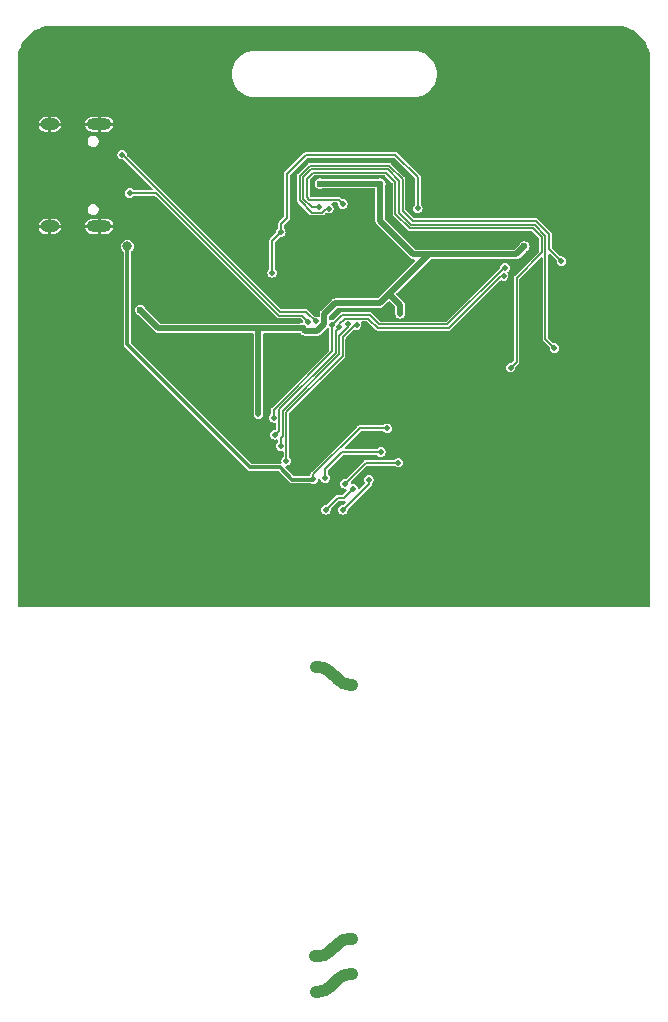
<source format=gbl>
G04 #@! TF.GenerationSoftware,KiCad,Pcbnew,7.0.1-0*
G04 #@! TF.CreationDate,2023-06-22T23:02:25+02:00*
G04 #@! TF.ProjectId,nfc_reader,6e66635f-7265-4616-9465-722e6b696361,1.1*
G04 #@! TF.SameCoordinates,PX354a940PY3072580*
G04 #@! TF.FileFunction,Copper,L2,Bot*
G04 #@! TF.FilePolarity,Positive*
%FSLAX46Y46*%
G04 Gerber Fmt 4.6, Leading zero omitted, Abs format (unit mm)*
G04 Created by KiCad (PCBNEW 7.0.1-0) date 2023-06-22 23:02:25*
%MOMM*%
%LPD*%
G01*
G04 APERTURE LIST*
G04 #@! TA.AperFunction,ComponentPad*
%ADD10O,2.100000X1.000000*%
G04 #@! TD*
G04 #@! TA.AperFunction,ComponentPad*
%ADD11O,1.600000X1.000000*%
G04 #@! TD*
G04 #@! TA.AperFunction,ViaPad*
%ADD12C,0.500000*%
G04 #@! TD*
G04 #@! TA.AperFunction,ViaPad*
%ADD13C,0.800000*%
G04 #@! TD*
G04 #@! TA.AperFunction,ViaPad*
%ADD14C,0.600000*%
G04 #@! TD*
G04 #@! TA.AperFunction,ViaPad*
%ADD15C,1.000000*%
G04 #@! TD*
G04 #@! TA.AperFunction,Conductor*
%ADD16C,0.500000*%
G04 #@! TD*
G04 #@! TA.AperFunction,Conductor*
%ADD17C,0.200000*%
G04 #@! TD*
G04 #@! TA.AperFunction,Conductor*
%ADD18C,0.150000*%
G04 #@! TD*
G04 #@! TA.AperFunction,Conductor*
%ADD19C,1.000000*%
G04 #@! TD*
G04 #@! TA.AperFunction,Conductor*
%ADD20C,0.300000*%
G04 #@! TD*
G04 APERTURE END LIST*
D10*
G04 #@! TO.P,J1,S1,SHIELD*
G04 #@! TO.N,GND*
X7092500Y-8555000D03*
D11*
X2912500Y-8555000D03*
D10*
X7092500Y-17195000D03*
D11*
X2912500Y-17195000D03*
G04 #@! TD*
D12*
G04 #@! TO.N,GND*
X34737500Y-46400000D03*
X29162500Y-38575000D03*
D13*
X25787500Y-9375000D03*
D12*
X17987500Y-48800000D03*
X28037500Y-30550000D03*
X34987500Y-48800000D03*
X38987500Y-48800000D03*
X4987500Y-48800000D03*
X26587500Y-18575000D03*
X51987500Y-48800000D03*
X45987500Y-48800000D03*
X5987500Y-48800000D03*
D13*
X21587500Y-7475000D03*
D14*
X45787500Y-31600000D03*
D12*
X43987500Y-48800000D03*
X987500Y-48800000D03*
X46987500Y-48800000D03*
D14*
X45837500Y-23300000D03*
D12*
X16987500Y-48800000D03*
X3987500Y-48800000D03*
X22437500Y-36500000D03*
X29987500Y-48800000D03*
X33437500Y-22950000D03*
X31487500Y-33450000D03*
D13*
X18187500Y-23875000D03*
X29834668Y-22722168D03*
D14*
X38887500Y-21250000D03*
D12*
X41987500Y-48800000D03*
X36587500Y-13225000D03*
X49987500Y-48800000D03*
X36987500Y-48800000D03*
X25087500Y-39900000D03*
X48987500Y-48800000D03*
X29987500Y-20875000D03*
X39987500Y-48800000D03*
X34987500Y-32600000D03*
D13*
X24187500Y-17075000D03*
D12*
X21887500Y-31850000D03*
X26237500Y-26400000D03*
X2987500Y-48800000D03*
X21987500Y-48800000D03*
D14*
X28287500Y-10400000D03*
D12*
X6987500Y-48800000D03*
X33987500Y-48800000D03*
X35987500Y-48800000D03*
X19637500Y-32100000D03*
X23687500Y-37850000D03*
X18987500Y-48800000D03*
X23987500Y-48800000D03*
X22987500Y-48800000D03*
X29537500Y-26250000D03*
X52987500Y-48800000D03*
X40987500Y-48800000D03*
X50987500Y-48800000D03*
X30287500Y-39600000D03*
X44987500Y-48800000D03*
X25687500Y-21075000D03*
X42987500Y-48800000D03*
X13987500Y-48800000D03*
D14*
X29687500Y-15750000D03*
D12*
X10987500Y-48800000D03*
X9987500Y-48800000D03*
X11987500Y-48800000D03*
X15987500Y-48800000D03*
X14987500Y-48800000D03*
X26987500Y-44750000D03*
X19987500Y-48800000D03*
X26987500Y-43050000D03*
X32987500Y-48800000D03*
D13*
X48587500Y-15475000D03*
D12*
X8987500Y-48800000D03*
X31987500Y-48800000D03*
D13*
X16687500Y-31175000D03*
D12*
X1987500Y-48800000D03*
X34937500Y-36200000D03*
X20987500Y-48800000D03*
D14*
X28237500Y-14450000D03*
D12*
X37987500Y-48800000D03*
D13*
X20337500Y-14400000D03*
D12*
X38562500Y-13400000D03*
X23037500Y-28250000D03*
X32887500Y-20150000D03*
X22212500Y-38425000D03*
D13*
X22137500Y-12500000D03*
D12*
X30987500Y-48800000D03*
X19187500Y-46300000D03*
X47987500Y-48800000D03*
X29787500Y-18575000D03*
X7987500Y-48800000D03*
X12987500Y-48800000D03*
X31637500Y-24500000D03*
D13*
X18687500Y-11375000D03*
D14*
G04 #@! TO.N,VCC*
X30887500Y-13575000D03*
D12*
X32587499Y-24600001D03*
D14*
X25787500Y-13575000D03*
X10562500Y-24275000D03*
D12*
X39837500Y-19575000D03*
D14*
X43087500Y-18900000D03*
D12*
X20587500Y-33100000D03*
D14*
X24339852Y-25824247D03*
D12*
G04 #@! TO.N,+1V1*
X22487500Y-17675000D03*
X21737500Y-21125000D03*
X34087500Y-15675000D03*
G04 #@! TO.N,/rp2040/SBU1*
X9687500Y-14375000D03*
X24789116Y-25288089D03*
G04 #@! TO.N,/rp2040/SBU2*
X9037499Y-11125001D03*
X25437500Y-25250000D03*
G04 #@! TO.N,Net-(U3-VCC(TX))*
X26237500Y-38500000D03*
X30937500Y-36300000D03*
G04 #@! TO.N,Net-(U3-VCC(MID))*
X27887500Y-39000000D03*
X32437500Y-37200000D03*
G04 #@! TO.N,/rp2040/PWM1{slash}AUD_MCLK*
X41937500Y-29150000D03*
X27737500Y-15300000D03*
G04 #@! TO.N,/rp2040/A0*
X46237500Y-20150000D03*
X26537500Y-15700000D03*
G04 #@! TO.N,/rp2040/A1*
X45637500Y-27500000D03*
X25724500Y-15563000D03*
G04 #@! TO.N,/SCL*
X27440198Y-25752698D03*
X41337500Y-21400000D03*
X21990190Y-34850299D03*
G04 #@! TO.N,/SDA*
X26824981Y-25544465D03*
X21863998Y-33400000D03*
X41462000Y-20700000D03*
G04 #@! TO.N,Net-(U3-TX1)*
X29937500Y-38650000D03*
X27737500Y-41200000D03*
G04 #@! TO.N,Net-(U3-TX2)*
X26287500Y-41200000D03*
X28587500Y-39400000D03*
D15*
G04 #@! TO.N,/PN7150 reader/COIL*
X28487500Y-77500000D03*
X28487500Y-56000000D03*
X25387500Y-79000000D03*
X28487500Y-80500000D03*
X25487500Y-54500000D03*
X25487500Y-82000000D03*
D12*
G04 #@! TO.N,/PN7150 reader/IRQ*
X22463000Y-35794363D03*
X28141455Y-25475000D03*
G04 #@! TO.N,/PN7150 reader/VEN*
X22937500Y-37050000D03*
X28887500Y-25550000D03*
G04 #@! TO.N,/VUSB*
X31487500Y-34300000D03*
D13*
X9487500Y-18900000D03*
D12*
X25237498Y-38600000D03*
G04 #@! TD*
D16*
G04 #@! TO.N,VCC*
X25556739Y-26050000D02*
X26175481Y-25431258D01*
X34987500Y-19575000D02*
X39837500Y-19575000D01*
X25787500Y-13575000D02*
X30887500Y-13575000D01*
X30887500Y-16750000D02*
X33712500Y-19575000D01*
X30862500Y-23700000D02*
X31650000Y-22912500D01*
X26175481Y-24612019D02*
X27087500Y-23700000D01*
X24339852Y-25824247D02*
X24565605Y-26050000D01*
X32587499Y-23849999D02*
X32587499Y-24600001D01*
X26175481Y-25431258D02*
X26175481Y-24612019D01*
X33712500Y-19575000D02*
X34987500Y-19575000D01*
X43087500Y-18900000D02*
X42412500Y-19575000D01*
X20587500Y-25824247D02*
X20587500Y-33100000D01*
X42412500Y-19575000D02*
X39837500Y-19575000D01*
X30887500Y-13575000D02*
X30887500Y-16750000D01*
X10562500Y-24275000D02*
X12111747Y-25824247D01*
X27087500Y-23700000D02*
X30862500Y-23700000D01*
X31650000Y-22912500D02*
X34987500Y-19575000D01*
X20587500Y-25824247D02*
X24339852Y-25824247D01*
X24565605Y-26050000D02*
X25556739Y-26050000D01*
X31650000Y-22912500D02*
X32587499Y-23849999D01*
X12111747Y-25824247D02*
X20587500Y-25824247D01*
D17*
G04 #@! TO.N,+1V1*
X22987500Y-12750000D02*
X22987500Y-16512500D01*
X34087500Y-15675000D02*
X34087500Y-13050000D01*
X22487500Y-17012500D02*
X22487500Y-17675000D01*
X32187500Y-11150000D02*
X24587500Y-11150000D01*
X34087500Y-13050000D02*
X32187500Y-11150000D01*
X22487500Y-17675000D02*
X21737500Y-18425000D01*
X21737500Y-18425000D02*
X21737500Y-21125000D01*
X24587500Y-11150000D02*
X22987500Y-12750000D01*
X22987500Y-16512500D02*
X22487500Y-17012500D01*
D18*
G04 #@! TO.N,/rp2040/SBU1*
X24251027Y-24750000D02*
X24789116Y-25288089D01*
X9687500Y-14375000D02*
X11912500Y-14375000D01*
X11912500Y-14375000D02*
X22287500Y-24750000D01*
X22287500Y-24750000D02*
X24251027Y-24750000D01*
G04 #@! TO.N,/rp2040/SBU2*
X24614634Y-24427134D02*
X25437500Y-25250000D01*
X9037499Y-11125001D02*
X9086059Y-11125001D01*
X9086059Y-11125001D02*
X22388192Y-24427134D01*
X22388192Y-24427134D02*
X24614634Y-24427134D01*
D17*
G04 #@! TO.N,Net-(U3-VCC(TX))*
X26237500Y-37700000D02*
X27637500Y-36300000D01*
X26237500Y-38500000D02*
X26237500Y-37700000D01*
X27637500Y-36300000D02*
X30937500Y-36300000D01*
G04 #@! TO.N,Net-(U3-VCC(MID))*
X29687500Y-37200000D02*
X32437500Y-37200000D01*
X27887500Y-39000000D02*
X29687500Y-37200000D01*
D18*
G04 #@! TO.N,/rp2040/PWM1{slash}AUD_MCLK*
X44587500Y-18097116D02*
X44587500Y-19400000D01*
X24687500Y-13147116D02*
X25184616Y-12650000D01*
X24887500Y-14950000D02*
X24687500Y-14750000D01*
X43839386Y-17349002D02*
X44587500Y-18097116D01*
X27387500Y-14950000D02*
X24887500Y-14950000D01*
X44587500Y-19400000D02*
X42437500Y-21550000D01*
X31390384Y-12650000D02*
X32188498Y-13448114D01*
X32188498Y-13448114D02*
X32188498Y-16150998D01*
X42437500Y-21550000D02*
X42437500Y-28650000D01*
X32188498Y-16150998D02*
X33386502Y-17349002D01*
X24687500Y-14750000D02*
X24687500Y-13147116D01*
X42437500Y-28650000D02*
X41937500Y-29150000D01*
X27737500Y-15300000D02*
X27387500Y-14950000D01*
X33386502Y-17349002D02*
X43839386Y-17349002D01*
X25184616Y-12650000D02*
X31390384Y-12650000D01*
G04 #@! TO.N,/rp2040/A0*
X25140384Y-16050000D02*
X24088498Y-14998114D01*
X32787500Y-13200000D02*
X32787500Y-15902884D01*
X45187500Y-19100000D02*
X46237500Y-20150000D01*
X33634616Y-16750000D02*
X44087500Y-16750000D01*
X31638498Y-12050998D02*
X32787500Y-13200000D01*
X25987500Y-16050000D02*
X25140384Y-16050000D01*
X24936502Y-12050998D02*
X31638498Y-12050998D01*
X45187500Y-17850000D02*
X45187500Y-19100000D01*
X44087500Y-16750000D02*
X45187500Y-17850000D01*
X24088498Y-14998114D02*
X24088498Y-12899002D01*
X32787500Y-15902884D02*
X33634616Y-16750000D01*
X26337500Y-15700000D02*
X25987500Y-16050000D01*
X24088498Y-12899002D02*
X24936502Y-12050998D01*
X26537500Y-15700000D02*
X26337500Y-15700000D01*
G04 #@! TO.N,/rp2040/A1*
X24387999Y-14874057D02*
X24387999Y-13023059D01*
X32487999Y-13324057D02*
X32487999Y-16026941D01*
X25076942Y-15563000D02*
X24387999Y-14874057D01*
X32487999Y-16026941D02*
X33510559Y-17049501D01*
X25060559Y-12350499D02*
X31514441Y-12350499D01*
X24387999Y-13023059D02*
X25060559Y-12350499D01*
X31514441Y-12350499D02*
X32487999Y-13324057D01*
X44887500Y-17973558D02*
X44887500Y-26750000D01*
X43963443Y-17049501D02*
X44887500Y-17973558D01*
X44887500Y-26750000D02*
X45637500Y-27500000D01*
X33510559Y-17049501D02*
X43963443Y-17049501D01*
X25724500Y-15563000D02*
X25076942Y-15563000D01*
G04 #@! TO.N,/SCL*
X27440198Y-25752698D02*
X27124482Y-26068414D01*
X27124482Y-26068414D02*
X27124482Y-27915902D01*
X27440198Y-25505212D02*
X27944910Y-25000500D01*
X22338498Y-34501991D02*
X21990190Y-34850299D01*
X41112500Y-21400000D02*
X41337500Y-21400000D01*
X29888000Y-25000500D02*
X30687500Y-25800000D01*
X30687500Y-25800000D02*
X36712500Y-25800000D01*
X27124482Y-27915902D02*
X22338498Y-32701886D01*
X27440198Y-25752698D02*
X27440198Y-25505212D01*
X22338498Y-32701886D02*
X22338498Y-34501991D01*
X36712500Y-25800000D02*
X41112500Y-21400000D01*
X27944910Y-25000500D02*
X29888000Y-25000500D01*
G04 #@! TO.N,/SDA*
X21863998Y-32752828D02*
X21863998Y-33400000D01*
X41366455Y-20700000D02*
X41462000Y-20700000D01*
X26824981Y-25544465D02*
X27669446Y-24700000D01*
X27669446Y-24700000D02*
X30011058Y-24700000D01*
X36565956Y-25500499D02*
X41366455Y-20700000D01*
X30811557Y-25500499D02*
X36565956Y-25500499D01*
X26824981Y-27791845D02*
X21863998Y-32752828D01*
X30011058Y-24700000D02*
X30811557Y-25500499D01*
X26824981Y-25544465D02*
X26824981Y-27791845D01*
D17*
G04 #@! TO.N,Net-(U3-TX1)*
X27737500Y-41200000D02*
X29937500Y-39000000D01*
X29937500Y-39000000D02*
X29937500Y-38650000D01*
G04 #@! TO.N,Net-(U3-TX2)*
X26287500Y-41200000D02*
X27287500Y-40200000D01*
X27787500Y-40200000D02*
X28587500Y-39400000D01*
X27287500Y-40200000D02*
X27787500Y-40200000D01*
D19*
G04 #@! TO.N,/PN7150 reader/COIL*
X26676840Y-81560660D02*
X27298160Y-80939340D01*
X26676840Y-78560660D02*
X27298160Y-77939340D01*
X25387500Y-79000000D02*
X25616180Y-79000000D01*
X28358820Y-56000000D02*
X28487500Y-56000000D01*
X25487500Y-54500000D02*
X25616180Y-54500000D01*
X26676840Y-54939340D02*
X27298160Y-55560660D01*
X28358820Y-80500000D02*
X28487500Y-80500000D01*
X28358820Y-77500000D02*
X28487500Y-77500000D01*
X25487500Y-82000000D02*
X25616180Y-82000000D01*
X28358820Y-77500015D02*
G75*
G03*
X27298160Y-77939340I-20J-1499985D01*
G01*
X26676850Y-54939330D02*
G75*
G03*
X25616180Y-54500000I-1060650J-1060670D01*
G01*
X28358820Y-80500015D02*
G75*
G03*
X27298160Y-80939340I-20J-1499985D01*
G01*
X25616180Y-81999985D02*
G75*
G03*
X26676840Y-81560660I20J1499985D01*
G01*
X27298150Y-55560670D02*
G75*
G03*
X28358820Y-56000000I1060650J1060670D01*
G01*
X25616180Y-78999985D02*
G75*
G03*
X26676840Y-78560660I20J1499985D01*
G01*
D18*
G04 #@! TO.N,/PN7150 reader/IRQ*
X22637999Y-32825943D02*
X22637999Y-34950000D01*
X22637999Y-34950000D02*
X22463000Y-35124999D01*
X27423983Y-26439959D02*
X27423983Y-28039959D01*
X28141455Y-25722487D02*
X27423983Y-26439959D01*
X27423983Y-28039959D02*
X22637999Y-32825943D01*
X28141455Y-25475000D02*
X28141455Y-25722487D01*
X22463000Y-35124999D02*
X22463000Y-35794363D01*
G04 #@! TO.N,/PN7150 reader/VEN*
X22937500Y-32950000D02*
X27723484Y-28164016D01*
X28737500Y-25550000D02*
X28887500Y-25550000D01*
X27723484Y-28164016D02*
X27723484Y-26564016D01*
X22937500Y-37050000D02*
X22937500Y-32950000D01*
X27723484Y-26564016D02*
X28737500Y-25550000D01*
D17*
G04 #@! TO.N,/VUSB*
X25237498Y-38205733D02*
X25237498Y-38600000D01*
D20*
X23437500Y-38650000D02*
X25187498Y-38650000D01*
D17*
X31487500Y-34300000D02*
X29143231Y-34300000D01*
D20*
X25187498Y-38650000D02*
X25237498Y-38600000D01*
X9487500Y-27200000D02*
X19887500Y-37600000D01*
D17*
X29143231Y-34300000D02*
X25237498Y-38205733D01*
D20*
X22387500Y-37600000D02*
X23437500Y-38650000D01*
X9487500Y-18900000D02*
X9487500Y-27200000D01*
X19887500Y-37600000D02*
X22387500Y-37600000D01*
G04 #@! TD*
G04 #@! TA.AperFunction,Conductor*
G04 #@! TO.N,GND*
G36*
X50803244Y-200670D02*
G01*
X51104433Y-216455D01*
X51117340Y-217812D01*
X51176810Y-227231D01*
X51412022Y-264484D01*
X51424690Y-267176D01*
X51712901Y-344402D01*
X51725228Y-348407D01*
X52003781Y-455334D01*
X52015617Y-460603D01*
X52281477Y-596065D01*
X52292683Y-602535D01*
X52542923Y-765044D01*
X52553414Y-772666D01*
X52785282Y-960429D01*
X52794927Y-969114D01*
X53005885Y-1180072D01*
X53014570Y-1189717D01*
X53202333Y-1421585D01*
X53209958Y-1432079D01*
X53372460Y-1682310D01*
X53378941Y-1693535D01*
X53514391Y-1959372D01*
X53519670Y-1971229D01*
X53626589Y-2249762D01*
X53630600Y-2262107D01*
X53645978Y-2319500D01*
X53700149Y-2521670D01*
X53707819Y-2550293D01*
X53710517Y-2562989D01*
X53757187Y-2857659D01*
X53758544Y-2870566D01*
X53774330Y-3171756D01*
X53774500Y-3178246D01*
X53774500Y-49276000D01*
X53757887Y-49338000D01*
X53712500Y-49383387D01*
X53650500Y-49400000D01*
X324500Y-49400000D01*
X262500Y-49383387D01*
X217113Y-49338000D01*
X200500Y-49276000D01*
X200500Y-41199999D01*
X25882007Y-41199999D01*
X25901853Y-41325302D01*
X25959450Y-41438343D01*
X26049156Y-41528049D01*
X26049158Y-41528050D01*
X26162196Y-41585646D01*
X26287500Y-41605492D01*
X26412804Y-41585646D01*
X26525842Y-41528050D01*
X26615550Y-41438342D01*
X26673146Y-41325304D01*
X26680355Y-41279782D01*
X26696065Y-41180602D01*
X26698794Y-41181034D01*
X26700409Y-41160473D01*
X26730661Y-41111098D01*
X27354941Y-40486819D01*
X27395170Y-40459939D01*
X27442623Y-40450500D01*
X27750615Y-40450500D01*
X27774805Y-40452882D01*
X27787500Y-40455408D01*
X27811419Y-40450650D01*
X27873926Y-40454336D01*
X27926664Y-40488095D01*
X27956183Y-40543319D01*
X27954954Y-40605925D01*
X27923290Y-40659948D01*
X27826401Y-40756837D01*
X27777056Y-40787081D01*
X27756463Y-40788706D01*
X27756896Y-40791436D01*
X27612197Y-40814353D01*
X27499156Y-40871950D01*
X27409450Y-40961656D01*
X27351853Y-41074697D01*
X27332007Y-41199999D01*
X27351853Y-41325302D01*
X27409450Y-41438343D01*
X27499156Y-41528049D01*
X27499158Y-41528050D01*
X27612196Y-41585646D01*
X27737500Y-41605492D01*
X27862804Y-41585646D01*
X27975842Y-41528050D01*
X28065550Y-41438342D01*
X28123146Y-41325304D01*
X28130355Y-41279782D01*
X28146065Y-41180602D01*
X28148793Y-41181034D01*
X28150411Y-41160464D01*
X28180661Y-41111097D01*
X30088551Y-39203208D01*
X30107327Y-39187799D01*
X30118101Y-39180601D01*
X30173466Y-39097740D01*
X30188000Y-39024674D01*
X30192908Y-39000000D01*
X30192907Y-38999997D01*
X30195256Y-38988190D01*
X30207516Y-38953927D01*
X30229194Y-38924698D01*
X30265549Y-38888343D01*
X30266681Y-38886122D01*
X30323146Y-38775304D01*
X30342992Y-38650000D01*
X30323146Y-38524696D01*
X30265550Y-38411658D01*
X30265549Y-38411656D01*
X30175843Y-38321950D01*
X30062802Y-38264353D01*
X29937500Y-38244507D01*
X29812197Y-38264353D01*
X29699156Y-38321950D01*
X29609450Y-38411656D01*
X29551853Y-38524697D01*
X29532007Y-38650000D01*
X29551853Y-38775304D01*
X29597390Y-38864676D01*
X29610735Y-38914481D01*
X29602669Y-38965408D01*
X29574586Y-39008651D01*
X29191088Y-39392149D01*
X29132354Y-39425042D01*
X29065089Y-39422399D01*
X29009117Y-39384999D01*
X28980934Y-39323866D01*
X28973146Y-39274697D01*
X28973146Y-39274696D01*
X28915550Y-39161658D01*
X28915549Y-39161656D01*
X28825843Y-39071950D01*
X28712802Y-39014353D01*
X28587501Y-38994507D01*
X28560151Y-38998839D01*
X28498750Y-38993034D01*
X28447741Y-38958367D01*
X28419741Y-38903414D01*
X28421679Y-38841770D01*
X28453072Y-38788686D01*
X29754940Y-37486819D01*
X29795169Y-37459939D01*
X29842622Y-37450500D01*
X32070246Y-37450500D01*
X32117699Y-37459939D01*
X32157928Y-37486820D01*
X32199156Y-37528049D01*
X32199158Y-37528050D01*
X32312196Y-37585646D01*
X32437500Y-37605492D01*
X32562804Y-37585646D01*
X32675842Y-37528050D01*
X32765550Y-37438342D01*
X32823146Y-37325304D01*
X32842992Y-37200000D01*
X32823146Y-37074696D01*
X32765550Y-36961658D01*
X32765549Y-36961656D01*
X32675843Y-36871950D01*
X32562802Y-36814353D01*
X32437500Y-36794507D01*
X32312197Y-36814353D01*
X32199156Y-36871950D01*
X32157928Y-36913180D01*
X32117699Y-36940061D01*
X32070246Y-36949500D01*
X30972465Y-36949500D01*
X30937500Y-36940619D01*
X30902535Y-36949500D01*
X29724386Y-36949500D01*
X29700194Y-36947117D01*
X29687500Y-36944592D01*
X29674807Y-36947117D01*
X29674802Y-36947117D01*
X29589761Y-36964033D01*
X29589759Y-36964034D01*
X29589760Y-36964034D01*
X29506899Y-37019399D01*
X29506898Y-37019400D01*
X29506897Y-37019401D01*
X29499700Y-37030171D01*
X29484283Y-37048955D01*
X27976401Y-38556837D01*
X27927056Y-38587081D01*
X27906463Y-38588706D01*
X27906896Y-38591436D01*
X27762197Y-38614353D01*
X27649156Y-38671950D01*
X27559450Y-38761656D01*
X27501853Y-38874697D01*
X27482007Y-38999999D01*
X27501853Y-39125302D01*
X27559450Y-39238343D01*
X27649156Y-39328049D01*
X27649158Y-39328050D01*
X27762196Y-39385646D01*
X27793522Y-39390607D01*
X27887497Y-39405492D01*
X27887498Y-39405491D01*
X27887500Y-39405492D01*
X27914843Y-39401161D01*
X27976243Y-39406964D01*
X28027254Y-39441630D01*
X28055254Y-39496583D01*
X28053318Y-39558228D01*
X28021923Y-39611315D01*
X27911324Y-39721914D01*
X27720056Y-39913183D01*
X27679831Y-39940061D01*
X27632378Y-39949500D01*
X27324390Y-39949500D01*
X27300198Y-39947117D01*
X27287500Y-39944591D01*
X27287499Y-39944591D01*
X27184610Y-39965057D01*
X27174465Y-39974253D01*
X27106897Y-40019400D01*
X27099702Y-40030168D01*
X27084285Y-40048952D01*
X26376401Y-40756836D01*
X26327056Y-40787080D01*
X26306464Y-40788705D01*
X26306897Y-40791435D01*
X26162197Y-40814353D01*
X26049156Y-40871950D01*
X25959450Y-40961656D01*
X25901853Y-41074697D01*
X25882007Y-41199999D01*
X200500Y-41199999D01*
X200500Y-17320000D01*
X1969665Y-17320000D01*
X2019688Y-17473955D01*
X2107687Y-17612621D01*
X2227399Y-17725037D01*
X2371319Y-17804159D01*
X2530384Y-17845000D01*
X2787500Y-17845000D01*
X2787500Y-17320000D01*
X3037500Y-17320000D01*
X3037500Y-17845000D01*
X3253396Y-17845000D01*
X3375432Y-17829583D01*
X3528127Y-17769127D01*
X3660993Y-17672593D01*
X3765674Y-17546056D01*
X3835599Y-17397458D01*
X3850375Y-17320000D01*
X5899665Y-17320000D01*
X5949688Y-17473955D01*
X6037687Y-17612621D01*
X6157399Y-17725037D01*
X6301319Y-17804159D01*
X6460384Y-17845000D01*
X6967500Y-17845000D01*
X6967500Y-17320000D01*
X7217500Y-17320000D01*
X7217500Y-17845000D01*
X7683396Y-17845000D01*
X7805432Y-17829583D01*
X7958127Y-17769127D01*
X8090993Y-17672593D01*
X8195674Y-17546056D01*
X8265599Y-17397458D01*
X8280375Y-17320000D01*
X7217500Y-17320000D01*
X6967500Y-17320000D01*
X5899665Y-17320000D01*
X3850375Y-17320000D01*
X3037500Y-17320000D01*
X2787500Y-17320000D01*
X1969665Y-17320000D01*
X200500Y-17320000D01*
X200500Y-17070000D01*
X1974625Y-17070000D01*
X2787500Y-17070000D01*
X2787500Y-16545000D01*
X3037500Y-16545000D01*
X3037500Y-17070000D01*
X3855335Y-17070000D01*
X5904625Y-17070000D01*
X6967500Y-17070000D01*
X6967500Y-16545000D01*
X7217500Y-16545000D01*
X7217500Y-17070000D01*
X8285335Y-17070000D01*
X8285334Y-17069999D01*
X8235311Y-16916044D01*
X8147312Y-16777378D01*
X8027600Y-16664962D01*
X7883680Y-16585840D01*
X7724616Y-16545000D01*
X7217500Y-16545000D01*
X6967500Y-16545000D01*
X6501604Y-16545000D01*
X6379567Y-16560416D01*
X6226872Y-16620872D01*
X6094006Y-16717406D01*
X5989325Y-16843943D01*
X5919400Y-16992541D01*
X5904625Y-17070000D01*
X3855335Y-17070000D01*
X3855334Y-17069999D01*
X3805311Y-16916044D01*
X3717312Y-16777378D01*
X3597600Y-16664962D01*
X3453680Y-16585840D01*
X3294616Y-16545000D01*
X3037500Y-16545000D01*
X2787500Y-16545000D01*
X2571604Y-16545000D01*
X2449567Y-16560416D01*
X2296872Y-16620872D01*
X2164006Y-16717406D01*
X2059325Y-16843943D01*
X1989400Y-16992541D01*
X1974625Y-17070000D01*
X200500Y-17070000D01*
X200500Y-15833367D01*
X6117000Y-15833367D01*
X6155522Y-15964562D01*
X6229443Y-16079587D01*
X6229444Y-16079588D01*
X6229445Y-16079589D01*
X6254858Y-16101609D01*
X6332782Y-16169130D01*
X6457157Y-16225931D01*
X6558489Y-16240500D01*
X6626511Y-16240500D01*
X6727842Y-16225931D01*
X6751245Y-16215243D01*
X6852218Y-16169130D01*
X6955555Y-16079589D01*
X7029478Y-15964561D01*
X7068000Y-15833367D01*
X7068000Y-15696633D01*
X7029478Y-15565439D01*
X7027911Y-15563000D01*
X6955556Y-15450412D01*
X6852217Y-15360869D01*
X6727842Y-15304068D01*
X6626511Y-15289500D01*
X6558489Y-15289500D01*
X6457157Y-15304068D01*
X6332782Y-15360869D01*
X6229443Y-15450412D01*
X6155522Y-15565437D01*
X6117000Y-15696633D01*
X6117000Y-15833367D01*
X200500Y-15833367D01*
X200500Y-11125000D01*
X8632006Y-11125000D01*
X8651852Y-11250303D01*
X8709449Y-11363344D01*
X8799155Y-11453050D01*
X8799157Y-11453051D01*
X8912195Y-11510647D01*
X8953963Y-11517262D01*
X9037497Y-11530493D01*
X9037497Y-11530492D01*
X9037499Y-11530493D01*
X9091762Y-11521898D01*
X9149478Y-11526440D01*
X9198842Y-11556690D01*
X11579971Y-13937819D01*
X11610221Y-13987182D01*
X11614763Y-14044898D01*
X11592608Y-14098385D01*
X11548585Y-14135985D01*
X11492290Y-14149500D01*
X10079754Y-14149500D01*
X10032301Y-14140061D01*
X9992075Y-14113183D01*
X9925842Y-14046950D01*
X9925841Y-14046949D01*
X9812802Y-13989353D01*
X9687500Y-13969507D01*
X9562197Y-13989353D01*
X9449156Y-14046950D01*
X9359450Y-14136656D01*
X9301853Y-14249697D01*
X9282007Y-14375000D01*
X9301853Y-14500302D01*
X9359450Y-14613343D01*
X9449156Y-14703049D01*
X9449158Y-14703050D01*
X9562196Y-14760646D01*
X9687500Y-14780492D01*
X9812804Y-14760646D01*
X9925842Y-14703050D01*
X9992075Y-14636816D01*
X10032301Y-14609939D01*
X10079754Y-14600500D01*
X11767732Y-14600500D01*
X11815185Y-14609939D01*
X11855413Y-14636819D01*
X22121575Y-24902981D01*
X22126044Y-24907690D01*
X22151993Y-24936509D01*
X22170653Y-24944817D01*
X22187746Y-24954097D01*
X22204883Y-24965226D01*
X22205434Y-24965313D01*
X22206769Y-24965525D01*
X22237816Y-24974721D01*
X22239566Y-24975500D01*
X22239568Y-24975500D01*
X22259995Y-24975500D01*
X22279392Y-24977027D01*
X22283231Y-24977634D01*
X22299566Y-24980222D01*
X22301421Y-24979724D01*
X22333513Y-24975500D01*
X24106259Y-24975500D01*
X24153712Y-24984939D01*
X24193940Y-25011819D01*
X24344356Y-25162235D01*
X24376257Y-25217111D01*
X24376823Y-25280582D01*
X24345907Y-25336019D01*
X24291609Y-25368893D01*
X24139820Y-25413461D01*
X24128297Y-25418724D01*
X24093361Y-25423747D01*
X20628776Y-25423747D01*
X20609378Y-25422220D01*
X20607274Y-25421886D01*
X20587500Y-25418754D01*
X20567725Y-25421886D01*
X20565621Y-25422220D01*
X20546224Y-25423747D01*
X12329001Y-25423747D01*
X12281548Y-25414308D01*
X12241320Y-25387428D01*
X11635713Y-24781821D01*
X11013780Y-24159887D01*
X10988667Y-24123717D01*
X10945382Y-24028936D01*
X10860549Y-23931033D01*
X10751568Y-23860994D01*
X10627273Y-23824500D01*
X10627272Y-23824500D01*
X10497728Y-23824500D01*
X10497727Y-23824500D01*
X10373431Y-23860994D01*
X10264450Y-23931033D01*
X10179618Y-24028935D01*
X10125802Y-24146773D01*
X10107367Y-24275000D01*
X10125802Y-24403226D01*
X10179618Y-24521064D01*
X10248017Y-24600001D01*
X10264451Y-24618967D01*
X10373431Y-24689004D01*
X10394989Y-24695333D01*
X10447737Y-24726630D01*
X11127403Y-25406295D01*
X11783697Y-26062589D01*
X11873405Y-26152297D01*
X11893142Y-26162353D01*
X11909737Y-26172522D01*
X11927657Y-26185543D01*
X11948731Y-26192389D01*
X11966705Y-26199835D01*
X11986443Y-26209893D01*
X12008327Y-26213359D01*
X12027241Y-26217900D01*
X12048314Y-26224747D01*
X12080228Y-26224747D01*
X12175180Y-26224747D01*
X20063000Y-26224747D01*
X20125000Y-26241360D01*
X20170387Y-26286747D01*
X20187000Y-26348747D01*
X20187000Y-33058724D01*
X20185473Y-33078123D01*
X20182007Y-33100001D01*
X20201853Y-33225302D01*
X20259450Y-33338343D01*
X20349156Y-33428049D01*
X20349158Y-33428050D01*
X20462196Y-33485646D01*
X20587500Y-33505492D01*
X20712804Y-33485646D01*
X20825842Y-33428050D01*
X20915550Y-33338342D01*
X20973146Y-33225304D01*
X20992992Y-33100000D01*
X20989526Y-33078121D01*
X20988000Y-33058724D01*
X20988000Y-26348747D01*
X21004613Y-26286747D01*
X21050000Y-26241360D01*
X21112000Y-26224747D01*
X24093361Y-26224747D01*
X24128297Y-26229770D01*
X24139817Y-26235031D01*
X24150782Y-26238250D01*
X24150783Y-26238251D01*
X24172341Y-26244580D01*
X24225089Y-26275877D01*
X24313375Y-26364163D01*
X24313380Y-26364167D01*
X24327263Y-26378050D01*
X24346997Y-26388105D01*
X24346999Y-26388106D01*
X24363587Y-26398271D01*
X24381515Y-26411296D01*
X24402584Y-26418141D01*
X24420563Y-26425588D01*
X24440301Y-26435646D01*
X24462185Y-26439112D01*
X24481099Y-26443653D01*
X24502172Y-26450500D01*
X24534086Y-26450500D01*
X24629038Y-26450500D01*
X25493306Y-26450500D01*
X25588258Y-26450500D01*
X25620172Y-26450500D01*
X25641238Y-26443655D01*
X25660153Y-26439112D01*
X25682043Y-26435646D01*
X25701781Y-26425587D01*
X25719755Y-26418142D01*
X25740829Y-26411296D01*
X25758760Y-26398267D01*
X25775337Y-26388109D01*
X25795081Y-26378050D01*
X25803413Y-26369717D01*
X25803419Y-26369713D01*
X25938101Y-26235031D01*
X26355946Y-25817183D01*
X26411533Y-25785090D01*
X26475720Y-25785090D01*
X26531308Y-25817184D01*
X26563162Y-25849038D01*
X26590042Y-25889266D01*
X26599481Y-25936719D01*
X26599481Y-27647078D01*
X26590042Y-27694531D01*
X26563162Y-27734759D01*
X21711022Y-32586897D01*
X21706316Y-32591364D01*
X21677486Y-32617323D01*
X21669177Y-32635985D01*
X21659897Y-32653076D01*
X21648771Y-32670209D01*
X21648470Y-32672111D01*
X21639282Y-32703132D01*
X21638498Y-32704893D01*
X21638498Y-32725322D01*
X21636971Y-32744719D01*
X21633776Y-32764892D01*
X21634273Y-32766747D01*
X21638498Y-32798840D01*
X21638498Y-33007746D01*
X21629059Y-33055199D01*
X21602181Y-33095424D01*
X21569062Y-33128543D01*
X21535947Y-33161658D01*
X21478351Y-33274697D01*
X21458505Y-33399999D01*
X21478351Y-33525302D01*
X21535948Y-33638343D01*
X21625654Y-33728049D01*
X21625656Y-33728050D01*
X21738694Y-33785646D01*
X21863998Y-33805492D01*
X21969600Y-33788767D01*
X22022657Y-33791896D01*
X22069530Y-33816950D01*
X22101608Y-33859326D01*
X22112998Y-33911240D01*
X22112998Y-34319450D01*
X22099483Y-34375745D01*
X22061883Y-34419768D01*
X22008396Y-34441923D01*
X21864887Y-34464652D01*
X21751846Y-34522249D01*
X21662140Y-34611955D01*
X21604543Y-34724996D01*
X21584697Y-34850299D01*
X21604543Y-34975601D01*
X21662140Y-35088642D01*
X21751846Y-35178348D01*
X21751848Y-35178349D01*
X21864886Y-35235945D01*
X21990190Y-35255791D01*
X22094102Y-35239334D01*
X22147159Y-35242463D01*
X22194032Y-35267517D01*
X22226110Y-35309893D01*
X22237500Y-35361807D01*
X22237500Y-35402109D01*
X22228061Y-35449562D01*
X22201183Y-35489787D01*
X22168064Y-35522906D01*
X22134949Y-35556021D01*
X22077353Y-35669060D01*
X22057507Y-35794363D01*
X22077353Y-35919665D01*
X22134950Y-36032706D01*
X22224656Y-36122412D01*
X22224658Y-36122413D01*
X22337696Y-36180009D01*
X22463000Y-36199855D01*
X22568602Y-36183130D01*
X22621659Y-36186259D01*
X22668532Y-36211313D01*
X22700610Y-36253689D01*
X22712000Y-36305603D01*
X22712000Y-36657746D01*
X22702561Y-36705199D01*
X22675683Y-36745424D01*
X22642564Y-36778543D01*
X22609449Y-36811658D01*
X22551853Y-36924697D01*
X22532007Y-37050000D01*
X22548409Y-37153558D01*
X22543139Y-37213447D01*
X22510317Y-37263817D01*
X22457661Y-37292829D01*
X22409699Y-37293493D01*
X22378664Y-37297823D01*
X22375166Y-37298311D01*
X22358035Y-37299500D01*
X20063333Y-37299500D01*
X20015880Y-37290061D01*
X19975652Y-37263181D01*
X9824319Y-27111848D01*
X9797439Y-27071620D01*
X9788000Y-27024167D01*
X9788000Y-19424458D01*
X9800788Y-19369614D01*
X9836514Y-19326082D01*
X9867005Y-19302685D01*
X9880121Y-19292621D01*
X9968361Y-19177625D01*
X10023830Y-19043709D01*
X10042750Y-18900000D01*
X10023830Y-18756291D01*
X9968361Y-18622375D01*
X9880121Y-18507379D01*
X9765125Y-18419139D01*
X9765124Y-18419138D01*
X9765122Y-18419137D01*
X9631209Y-18363670D01*
X9487500Y-18344749D01*
X9343790Y-18363670D01*
X9209877Y-18419137D01*
X9094879Y-18507379D01*
X9006637Y-18622377D01*
X8951170Y-18756290D01*
X8932249Y-18900000D01*
X8951170Y-19043709D01*
X9006637Y-19177622D01*
X9006638Y-19177624D01*
X9006639Y-19177625D01*
X9094879Y-19292621D01*
X9094880Y-19292622D01*
X9138486Y-19326082D01*
X9174212Y-19369614D01*
X9187000Y-19424458D01*
X9187000Y-27130757D01*
X9184256Y-27147577D01*
X9186868Y-27204079D01*
X9187000Y-27209805D01*
X9187000Y-27228819D01*
X9188681Y-27243307D01*
X9189915Y-27269993D01*
X9192713Y-27276330D01*
X9201166Y-27303626D01*
X9202438Y-27310434D01*
X9216497Y-27333140D01*
X9224502Y-27348327D01*
X9235292Y-27372763D01*
X9240188Y-27377659D01*
X9257934Y-27400063D01*
X9261581Y-27405952D01*
X9282896Y-27422048D01*
X9295851Y-27433322D01*
X19626050Y-37763521D01*
X19636007Y-37777358D01*
X19643541Y-37784226D01*
X19643542Y-37784228D01*
X19656929Y-37796432D01*
X19677816Y-37815474D01*
X19681957Y-37819429D01*
X19695388Y-37832860D01*
X19706828Y-37841922D01*
X19726565Y-37859915D01*
X19726566Y-37859915D01*
X19726567Y-37859916D01*
X19732840Y-37862346D01*
X19733023Y-37862417D01*
X19758310Y-37875745D01*
X19764019Y-37879656D01*
X19790014Y-37885769D01*
X19806410Y-37890846D01*
X19831327Y-37900500D01*
X19838251Y-37900500D01*
X19866640Y-37903793D01*
X19873381Y-37905379D01*
X19899833Y-37901688D01*
X19916965Y-37900500D01*
X22211667Y-37900500D01*
X22259120Y-37909939D01*
X22299348Y-37936819D01*
X23176050Y-38813521D01*
X23186007Y-38827358D01*
X23193541Y-38834226D01*
X23193542Y-38834228D01*
X23198055Y-38838342D01*
X23227816Y-38865474D01*
X23231957Y-38869429D01*
X23245388Y-38882860D01*
X23256828Y-38891922D01*
X23276565Y-38909915D01*
X23276566Y-38909915D01*
X23276567Y-38909916D01*
X23282840Y-38912346D01*
X23283023Y-38912417D01*
X23308310Y-38925745D01*
X23314019Y-38929656D01*
X23340014Y-38935769D01*
X23356410Y-38940846D01*
X23381327Y-38950500D01*
X23388251Y-38950500D01*
X23416640Y-38953793D01*
X23423381Y-38955379D01*
X23449833Y-38951688D01*
X23466965Y-38950500D01*
X25013446Y-38950500D01*
X25069740Y-38964014D01*
X25112194Y-38985646D01*
X25237498Y-39005492D01*
X25362802Y-38985646D01*
X25475840Y-38928050D01*
X25565548Y-38838342D01*
X25623144Y-38725304D01*
X25629761Y-38683522D01*
X25654254Y-38626923D01*
X25702987Y-38589122D01*
X25763903Y-38579473D01*
X25821932Y-38600365D01*
X25862719Y-38646628D01*
X25909450Y-38738343D01*
X25999156Y-38828049D01*
X25999158Y-38828050D01*
X26112196Y-38885646D01*
X26237500Y-38905492D01*
X26362804Y-38885646D01*
X26475842Y-38828050D01*
X26565550Y-38738342D01*
X26623146Y-38625304D01*
X26642992Y-38500000D01*
X26623146Y-38374696D01*
X26565550Y-38261658D01*
X26565549Y-38261656D01*
X26524320Y-38220428D01*
X26497439Y-38180199D01*
X26488000Y-38132746D01*
X26488000Y-37855122D01*
X26497439Y-37807669D01*
X26524319Y-37767441D01*
X27704941Y-36586819D01*
X27745169Y-36559939D01*
X27792622Y-36550500D01*
X30570246Y-36550500D01*
X30617699Y-36559939D01*
X30657928Y-36586820D01*
X30699156Y-36628049D01*
X30699158Y-36628050D01*
X30812196Y-36685646D01*
X30836897Y-36689558D01*
X30921933Y-36703027D01*
X30937500Y-36709715D01*
X30953067Y-36703027D01*
X31022477Y-36692033D01*
X31062804Y-36685646D01*
X31175842Y-36628050D01*
X31265550Y-36538342D01*
X31323146Y-36425304D01*
X31342992Y-36300000D01*
X31323146Y-36174696D01*
X31265550Y-36061658D01*
X31265549Y-36061656D01*
X31175843Y-35971950D01*
X31062802Y-35914353D01*
X30937500Y-35894507D01*
X30812197Y-35914353D01*
X30699156Y-35971950D01*
X30657928Y-36013180D01*
X30617699Y-36040061D01*
X30570246Y-36049500D01*
X28047354Y-36049500D01*
X27991059Y-36035985D01*
X27947036Y-35998385D01*
X27924881Y-35944898D01*
X27929423Y-35887182D01*
X27959673Y-35837819D01*
X29210673Y-34586819D01*
X29250901Y-34559939D01*
X29298354Y-34550500D01*
X31120246Y-34550500D01*
X31167699Y-34559939D01*
X31207928Y-34586820D01*
X31249156Y-34628049D01*
X31249158Y-34628050D01*
X31362196Y-34685646D01*
X31487500Y-34705492D01*
X31612804Y-34685646D01*
X31725842Y-34628050D01*
X31815550Y-34538342D01*
X31873146Y-34425304D01*
X31892992Y-34300000D01*
X31873146Y-34174696D01*
X31815550Y-34061658D01*
X31815549Y-34061656D01*
X31725843Y-33971950D01*
X31612802Y-33914353D01*
X31487500Y-33894507D01*
X31362197Y-33914353D01*
X31249156Y-33971950D01*
X31207928Y-34013180D01*
X31167699Y-34040061D01*
X31120246Y-34049500D01*
X29180121Y-34049500D01*
X29155929Y-34047117D01*
X29143231Y-34044591D01*
X29143230Y-34044591D01*
X29040341Y-34065057D01*
X29030196Y-34074253D01*
X28962628Y-34119400D01*
X28955433Y-34130168D01*
X28940016Y-34148952D01*
X25086453Y-38002516D01*
X25067668Y-38017934D01*
X25056898Y-38025131D01*
X25021446Y-38078185D01*
X25021441Y-38078193D01*
X25021440Y-38078196D01*
X25011451Y-38093145D01*
X25001530Y-38107994D01*
X24980962Y-38211401D01*
X24979877Y-38255629D01*
X24955446Y-38304165D01*
X24912610Y-38337595D01*
X24859593Y-38349500D01*
X23613333Y-38349500D01*
X23565880Y-38340061D01*
X23525652Y-38313181D01*
X22876900Y-37664429D01*
X22844007Y-37605695D01*
X22846650Y-37538430D01*
X22884050Y-37482457D01*
X22945184Y-37454275D01*
X22950003Y-37453511D01*
X23062804Y-37435646D01*
X23175842Y-37378050D01*
X23265550Y-37288342D01*
X23323146Y-37175304D01*
X23342992Y-37050000D01*
X23342826Y-37048955D01*
X23329000Y-36961656D01*
X23323146Y-36924696D01*
X23265550Y-36811658D01*
X23199316Y-36745424D01*
X23172439Y-36705199D01*
X23163000Y-36657746D01*
X23163000Y-33094768D01*
X23172439Y-33047315D01*
X23199319Y-33007087D01*
X23619509Y-32586897D01*
X27876473Y-28329930D01*
X27881142Y-28325499D01*
X27909993Y-28299523D01*
X27918305Y-28280852D01*
X27927580Y-28263769D01*
X27938709Y-28246634D01*
X27939009Y-28244738D01*
X27948204Y-28213699D01*
X27948984Y-28211948D01*
X27948984Y-28191522D01*
X27950511Y-28172122D01*
X27953706Y-28151951D01*
X27953208Y-28150094D01*
X27948984Y-28118003D01*
X27948984Y-26708784D01*
X27958423Y-26661331D01*
X27985303Y-26621103D01*
X28257658Y-26348747D01*
X28638587Y-25967817D01*
X28687947Y-25937569D01*
X28745664Y-25933027D01*
X28762194Y-25935645D01*
X28762196Y-25935646D01*
X28887500Y-25955492D01*
X29012804Y-25935646D01*
X29125842Y-25878050D01*
X29215550Y-25788342D01*
X29273146Y-25675304D01*
X29292992Y-25550000D01*
X29273146Y-25424696D01*
X29263769Y-25406294D01*
X29250351Y-25345132D01*
X29268528Y-25285210D01*
X29313666Y-25241811D01*
X29374255Y-25226000D01*
X29743232Y-25226000D01*
X29790685Y-25235439D01*
X29830913Y-25262319D01*
X30521575Y-25952981D01*
X30526044Y-25957690D01*
X30551993Y-25986509D01*
X30570653Y-25994817D01*
X30587746Y-26004097D01*
X30604883Y-26015226D01*
X30605434Y-26015313D01*
X30606769Y-26015525D01*
X30637816Y-26024721D01*
X30639566Y-26025500D01*
X30639568Y-26025500D01*
X30659995Y-26025500D01*
X30679392Y-26027027D01*
X30683231Y-26027634D01*
X30699566Y-26030222D01*
X30701421Y-26029724D01*
X30733513Y-26025500D01*
X36703338Y-26025500D01*
X36709829Y-26025670D01*
X36748562Y-26027700D01*
X36748562Y-26027699D01*
X36748564Y-26027700D01*
X36767638Y-26020377D01*
X36786282Y-26014854D01*
X36806268Y-26010607D01*
X36807815Y-26009482D01*
X36836266Y-25994034D01*
X36838060Y-25993346D01*
X36852502Y-25978903D01*
X36867297Y-25966265D01*
X36883823Y-25954260D01*
X36884785Y-25952592D01*
X36904485Y-25926919D01*
X41038236Y-21793168D01*
X41081478Y-21765087D01*
X41132406Y-21757021D01*
X41182207Y-21770365D01*
X41212196Y-21785646D01*
X41295731Y-21798876D01*
X41337499Y-21805492D01*
X41337499Y-21805491D01*
X41337500Y-21805492D01*
X41462804Y-21785646D01*
X41575842Y-21728050D01*
X41665550Y-21638342D01*
X41723146Y-21525304D01*
X41742992Y-21400000D01*
X41723146Y-21274696D01*
X41673095Y-21176467D01*
X41659751Y-21126663D01*
X41667817Y-21075735D01*
X41695900Y-21032491D01*
X41700339Y-21028051D01*
X41700342Y-21028050D01*
X41790050Y-20938342D01*
X41847646Y-20825304D01*
X41867492Y-20700000D01*
X41847646Y-20574696D01*
X41790050Y-20461658D01*
X41790049Y-20461656D01*
X41700343Y-20371950D01*
X41587302Y-20314353D01*
X41462000Y-20294507D01*
X41336697Y-20314353D01*
X41223656Y-20371950D01*
X41133950Y-20461656D01*
X41076353Y-20574697D01*
X41064495Y-20649563D01*
X41052507Y-20686459D01*
X41029703Y-20717845D01*
X36508870Y-25238680D01*
X36468642Y-25265560D01*
X36421189Y-25274999D01*
X30956324Y-25274999D01*
X30908871Y-25265560D01*
X30868643Y-25238680D01*
X30176990Y-24547027D01*
X30172521Y-24542318D01*
X30146565Y-24513490D01*
X30127908Y-24505184D01*
X30110810Y-24495900D01*
X30093675Y-24484772D01*
X30091770Y-24484471D01*
X30060742Y-24475280D01*
X30058990Y-24474500D01*
X30038564Y-24474500D01*
X30019167Y-24472973D01*
X29998993Y-24469778D01*
X29997137Y-24470275D01*
X29965046Y-24474500D01*
X27678607Y-24474500D01*
X27672118Y-24474330D01*
X27654527Y-24473408D01*
X27633382Y-24472300D01*
X27633381Y-24472300D01*
X27614308Y-24479621D01*
X27595661Y-24485144D01*
X27575679Y-24489392D01*
X27574121Y-24490524D01*
X27545691Y-24505960D01*
X27543889Y-24506651D01*
X27535273Y-24515267D01*
X27529438Y-24521101D01*
X27514651Y-24533731D01*
X27498122Y-24545740D01*
X27497159Y-24547409D01*
X27477457Y-24573082D01*
X26944404Y-25106135D01*
X26895042Y-25136385D01*
X26837327Y-25140928D01*
X26824979Y-25138972D01*
X26719379Y-25155698D01*
X26666322Y-25152569D01*
X26619449Y-25127515D01*
X26587371Y-25085139D01*
X26575981Y-25033225D01*
X26575981Y-24829274D01*
X26585420Y-24781821D01*
X26612300Y-24741593D01*
X27217074Y-24136819D01*
X27257302Y-24109939D01*
X27304755Y-24100500D01*
X30925933Y-24100500D01*
X30946999Y-24093655D01*
X30965914Y-24089112D01*
X30987804Y-24085646D01*
X31007542Y-24075587D01*
X31025516Y-24068142D01*
X31046590Y-24061296D01*
X31064521Y-24048267D01*
X31081098Y-24038109D01*
X31100842Y-24028050D01*
X31109174Y-24019717D01*
X31109180Y-24019713D01*
X31149320Y-23979573D01*
X31562320Y-23566571D01*
X31617905Y-23534479D01*
X31682092Y-23534479D01*
X31737680Y-23566573D01*
X32150680Y-23979573D01*
X32177560Y-24019801D01*
X32186999Y-24067254D01*
X32186999Y-24558725D01*
X32185472Y-24578124D01*
X32182006Y-24600002D01*
X32201852Y-24725303D01*
X32259449Y-24838344D01*
X32349155Y-24928050D01*
X32349157Y-24928051D01*
X32462195Y-24985647D01*
X32524847Y-24995570D01*
X32587498Y-25005493D01*
X32587498Y-25005492D01*
X32587499Y-25005493D01*
X32712803Y-24985647D01*
X32825841Y-24928051D01*
X32915549Y-24838343D01*
X32973145Y-24725305D01*
X32989987Y-24618967D01*
X32992991Y-24600002D01*
X32989526Y-24578124D01*
X32987999Y-24558725D01*
X32987999Y-23786566D01*
X32981153Y-23765496D01*
X32976611Y-23746576D01*
X32973145Y-23724698D01*
X32973145Y-23724695D01*
X32963081Y-23704944D01*
X32955643Y-23686986D01*
X32948795Y-23665910D01*
X32935773Y-23647986D01*
X32925608Y-23631399D01*
X32915548Y-23611656D01*
X32901667Y-23597775D01*
X32901665Y-23597772D01*
X32304074Y-23000181D01*
X32271980Y-22944594D01*
X32271980Y-22880406D01*
X32304074Y-22824819D01*
X35117074Y-20011819D01*
X35157302Y-19984939D01*
X35204755Y-19975500D01*
X39796224Y-19975500D01*
X39815621Y-19977026D01*
X39837500Y-19980492D01*
X39859378Y-19977026D01*
X39878776Y-19975500D01*
X42475933Y-19975500D01*
X42496999Y-19968655D01*
X42515914Y-19964112D01*
X42537804Y-19960646D01*
X42557542Y-19950587D01*
X42575516Y-19943142D01*
X42596590Y-19936296D01*
X42614521Y-19923267D01*
X42631098Y-19913109D01*
X42650842Y-19903050D01*
X42659174Y-19894717D01*
X42659180Y-19894713D01*
X42710444Y-19843449D01*
X43202264Y-19351626D01*
X43255008Y-19320334D01*
X43276569Y-19314004D01*
X43385549Y-19243967D01*
X43470382Y-19146063D01*
X43524197Y-19028226D01*
X43542633Y-18900000D01*
X43526514Y-18787891D01*
X43524197Y-18771773D01*
X43470381Y-18653935D01*
X43385549Y-18556033D01*
X43276568Y-18485994D01*
X43152273Y-18449500D01*
X43152272Y-18449500D01*
X43022728Y-18449500D01*
X43022727Y-18449500D01*
X42898431Y-18485994D01*
X42789450Y-18556033D01*
X42704619Y-18653934D01*
X42661331Y-18748720D01*
X42636218Y-18784888D01*
X42282926Y-19138181D01*
X42242698Y-19165061D01*
X42195245Y-19174500D01*
X39878776Y-19174500D01*
X39859378Y-19172973D01*
X39857274Y-19172639D01*
X39837500Y-19169507D01*
X39817725Y-19172639D01*
X39815621Y-19172973D01*
X39796224Y-19174500D01*
X35050933Y-19174500D01*
X35019019Y-19174500D01*
X33929754Y-19174500D01*
X33882301Y-19165061D01*
X33842073Y-19138181D01*
X31324319Y-16620426D01*
X31297439Y-16580198D01*
X31288000Y-16532745D01*
X31288000Y-13809460D01*
X31299206Y-13757948D01*
X31324197Y-13703226D01*
X31324196Y-13703226D01*
X31342633Y-13575000D01*
X31324197Y-13446774D01*
X31270382Y-13328937D01*
X31270381Y-13328936D01*
X31270381Y-13328935D01*
X31185549Y-13231033D01*
X31076568Y-13160994D01*
X30952273Y-13124500D01*
X30952272Y-13124500D01*
X30822728Y-13124500D01*
X30822727Y-13124500D01*
X30687468Y-13164214D01*
X30675945Y-13169477D01*
X30641009Y-13174500D01*
X26033991Y-13174500D01*
X25999055Y-13169477D01*
X25987531Y-13164214D01*
X25852273Y-13124500D01*
X25852272Y-13124500D01*
X25722728Y-13124500D01*
X25722727Y-13124500D01*
X25598431Y-13160994D01*
X25489450Y-13231033D01*
X25404618Y-13328935D01*
X25350802Y-13446773D01*
X25332367Y-13574999D01*
X25350802Y-13703226D01*
X25404618Y-13821064D01*
X25489450Y-13918966D01*
X25489451Y-13918967D01*
X25518140Y-13937404D01*
X25598431Y-13989005D01*
X25722727Y-14025500D01*
X25722728Y-14025500D01*
X25852272Y-14025500D01*
X25852273Y-14025500D01*
X25965980Y-13992113D01*
X25976569Y-13989004D01*
X25976569Y-13989003D01*
X25987531Y-13985785D01*
X25999055Y-13980523D01*
X26033991Y-13975500D01*
X30363000Y-13975500D01*
X30425000Y-13992113D01*
X30470387Y-14037500D01*
X30487000Y-14099500D01*
X30487000Y-16813435D01*
X30493846Y-16834507D01*
X30498386Y-16853418D01*
X30501853Y-16875302D01*
X30511912Y-16895044D01*
X30519357Y-16913019D01*
X30526203Y-16934089D01*
X30526204Y-16934090D01*
X30539226Y-16952014D01*
X30549389Y-16968599D01*
X30559447Y-16988339D01*
X30559449Y-16988341D01*
X30559450Y-16988342D01*
X30575783Y-17004675D01*
X30575796Y-17004690D01*
X33384450Y-19813342D01*
X33474158Y-19903050D01*
X33493895Y-19913106D01*
X33510490Y-19923276D01*
X33528408Y-19936295D01*
X33528409Y-19936295D01*
X33528410Y-19936296D01*
X33549479Y-19943141D01*
X33567449Y-19950584D01*
X33587196Y-19960646D01*
X33609079Y-19964111D01*
X33627998Y-19968652D01*
X33649067Y-19975499D01*
X33670712Y-19975499D01*
X33670724Y-19975500D01*
X33680981Y-19975500D01*
X33721245Y-19975500D01*
X33777540Y-19989015D01*
X33821563Y-20026615D01*
X33843718Y-20080102D01*
X33839176Y-20137818D01*
X33808926Y-20187181D01*
X31395988Y-22600117D01*
X31381196Y-22612752D01*
X31363273Y-22625774D01*
X31350247Y-22643702D01*
X31337613Y-22658493D01*
X30732926Y-23263181D01*
X30692698Y-23290061D01*
X30645245Y-23299500D01*
X27024067Y-23299500D01*
X27002991Y-23306347D01*
X26984080Y-23310887D01*
X26962193Y-23314354D01*
X26942452Y-23324412D01*
X26924487Y-23331854D01*
X26903410Y-23338703D01*
X26885482Y-23351728D01*
X26868902Y-23361888D01*
X26849158Y-23371948D01*
X26826595Y-23394512D01*
X25869993Y-24351114D01*
X25847430Y-24373676D01*
X25837373Y-24393415D01*
X25827212Y-24409998D01*
X25814183Y-24427932D01*
X25807335Y-24449006D01*
X25799893Y-24466973D01*
X25789834Y-24486716D01*
X25786367Y-24508601D01*
X25781828Y-24527510D01*
X25774981Y-24548586D01*
X25774981Y-24770114D01*
X25759170Y-24830703D01*
X25715771Y-24875841D01*
X25655849Y-24894018D01*
X25594686Y-24880599D01*
X25562802Y-24864353D01*
X25437500Y-24844507D01*
X25425150Y-24846463D01*
X25367436Y-24841919D01*
X25318075Y-24811670D01*
X24780566Y-24274161D01*
X24776097Y-24269452D01*
X24750141Y-24240624D01*
X24731484Y-24232318D01*
X24714386Y-24223034D01*
X24697251Y-24211906D01*
X24695346Y-24211605D01*
X24664318Y-24202414D01*
X24662566Y-24201634D01*
X24642140Y-24201634D01*
X24622743Y-24200107D01*
X24602569Y-24196912D01*
X24600713Y-24197409D01*
X24568622Y-24201634D01*
X22532959Y-24201634D01*
X22485506Y-24192195D01*
X22445278Y-24165315D01*
X19404963Y-21125000D01*
X21332007Y-21125000D01*
X21351853Y-21250302D01*
X21409450Y-21363343D01*
X21499156Y-21453049D01*
X21499158Y-21453050D01*
X21612196Y-21510646D01*
X21737500Y-21530492D01*
X21862804Y-21510646D01*
X21975842Y-21453050D01*
X22065550Y-21363342D01*
X22123146Y-21250304D01*
X22142992Y-21125000D01*
X22123146Y-20999696D01*
X22065550Y-20886658D01*
X22065549Y-20886656D01*
X22024320Y-20845428D01*
X21997439Y-20805199D01*
X21988000Y-20757746D01*
X21988000Y-18580122D01*
X21997439Y-18532669D01*
X22024319Y-18492441D01*
X22097623Y-18419137D01*
X22398597Y-18118161D01*
X22447964Y-18087911D01*
X22468534Y-18086293D01*
X22468102Y-18083565D01*
X22567282Y-18067855D01*
X22612804Y-18060646D01*
X22725842Y-18003050D01*
X22815550Y-17913342D01*
X22873146Y-17800304D01*
X22892992Y-17675000D01*
X22873146Y-17549696D01*
X22815550Y-17436658D01*
X22815549Y-17436656D01*
X22774320Y-17395428D01*
X22747439Y-17355199D01*
X22738000Y-17307746D01*
X22738000Y-17167622D01*
X22747439Y-17120169D01*
X22774319Y-17079941D01*
X22950522Y-16903738D01*
X23138551Y-16715708D01*
X23157327Y-16700299D01*
X23168101Y-16693101D01*
X23223466Y-16610240D01*
X23232284Y-16565910D01*
X23242909Y-16512500D01*
X23240382Y-16499801D01*
X23238000Y-16475609D01*
X23238000Y-12911067D01*
X23858276Y-12911067D01*
X23858773Y-12912921D01*
X23862998Y-12945014D01*
X23862998Y-14988953D01*
X23862828Y-14995442D01*
X23860798Y-15034177D01*
X23868118Y-15053248D01*
X23873643Y-15071899D01*
X23877891Y-15091882D01*
X23879019Y-15093435D01*
X23894462Y-15121878D01*
X23895150Y-15123672D01*
X23895151Y-15123673D01*
X23895152Y-15123674D01*
X23909598Y-15138120D01*
X23922230Y-15152910D01*
X23934238Y-15169437D01*
X23935899Y-15170396D01*
X23961580Y-15190102D01*
X24974451Y-16202972D01*
X24978920Y-16207681D01*
X25004877Y-16236509D01*
X25023537Y-16244817D01*
X25040641Y-16254103D01*
X25057766Y-16265225D01*
X25059655Y-16265524D01*
X25090696Y-16274718D01*
X25092452Y-16275500D01*
X25112878Y-16275500D01*
X25132277Y-16277026D01*
X25152449Y-16280222D01*
X25154305Y-16279724D01*
X25186397Y-16275500D01*
X25978338Y-16275500D01*
X25984829Y-16275670D01*
X26023562Y-16277700D01*
X26023562Y-16277699D01*
X26023564Y-16277700D01*
X26042638Y-16270377D01*
X26061282Y-16264854D01*
X26081268Y-16260607D01*
X26082815Y-16259482D01*
X26111266Y-16244034D01*
X26113060Y-16243346D01*
X26127502Y-16228903D01*
X26142297Y-16216265D01*
X26158823Y-16204260D01*
X26159785Y-16202592D01*
X26179485Y-16176919D01*
X26254797Y-16101607D01*
X26298039Y-16073526D01*
X26348967Y-16065460D01*
X26398771Y-16078805D01*
X26412196Y-16085646D01*
X26537500Y-16105492D01*
X26662804Y-16085646D01*
X26775842Y-16028050D01*
X26865550Y-15938342D01*
X26923146Y-15825304D01*
X26942992Y-15700000D01*
X26923146Y-15574696D01*
X26865550Y-15461658D01*
X26865549Y-15461656D01*
X26791074Y-15387181D01*
X26760824Y-15337818D01*
X26756282Y-15280102D01*
X26778437Y-15226615D01*
X26822460Y-15189015D01*
X26878755Y-15175500D01*
X27206541Y-15175500D01*
X27258436Y-15186881D01*
X27300804Y-15218936D01*
X27325868Y-15265780D01*
X27326771Y-15280945D01*
X27328935Y-15280603D01*
X27351853Y-15425302D01*
X27409450Y-15538343D01*
X27499156Y-15628049D01*
X27499158Y-15628050D01*
X27612196Y-15685646D01*
X27737500Y-15705492D01*
X27862804Y-15685646D01*
X27975842Y-15628050D01*
X28065550Y-15538342D01*
X28123146Y-15425304D01*
X28142992Y-15300000D01*
X28139840Y-15280102D01*
X28123146Y-15174697D01*
X28123146Y-15174696D01*
X28065550Y-15061658D01*
X28065549Y-15061656D01*
X27975843Y-14971950D01*
X27862802Y-14914353D01*
X27737500Y-14894507D01*
X27725150Y-14896463D01*
X27667436Y-14891919D01*
X27618075Y-14861670D01*
X27553432Y-14797027D01*
X27548963Y-14792318D01*
X27523007Y-14763490D01*
X27504350Y-14755184D01*
X27487252Y-14745900D01*
X27470117Y-14734772D01*
X27468212Y-14734471D01*
X27437184Y-14725280D01*
X27435432Y-14724500D01*
X27415006Y-14724500D01*
X27395609Y-14722973D01*
X27375435Y-14719778D01*
X27373579Y-14720275D01*
X27341488Y-14724500D01*
X25037000Y-14724500D01*
X24975000Y-14707887D01*
X24929613Y-14662500D01*
X24913000Y-14600500D01*
X24913000Y-13291884D01*
X24922439Y-13244431D01*
X24949319Y-13204203D01*
X25241702Y-12911819D01*
X25281930Y-12884939D01*
X25329383Y-12875500D01*
X31245616Y-12875500D01*
X31293069Y-12884939D01*
X31333297Y-12911819D01*
X31926679Y-13505200D01*
X31953559Y-13545428D01*
X31962998Y-13592881D01*
X31962998Y-16141837D01*
X31962828Y-16148326D01*
X31960798Y-16187061D01*
X31968118Y-16206132D01*
X31973643Y-16224783D01*
X31977891Y-16244768D01*
X31979019Y-16246320D01*
X31994462Y-16274762D01*
X31995152Y-16276558D01*
X32009600Y-16291006D01*
X32022234Y-16305798D01*
X32034239Y-16322322D01*
X32035898Y-16323280D01*
X32061580Y-16342986D01*
X33220571Y-17501977D01*
X33225039Y-17506685D01*
X33250994Y-17535511D01*
X33269651Y-17543817D01*
X33286757Y-17553104D01*
X33303885Y-17564228D01*
X33305775Y-17564527D01*
X33336819Y-17573722D01*
X33338570Y-17574502D01*
X33358997Y-17574502D01*
X33378394Y-17576029D01*
X33382233Y-17576636D01*
X33398568Y-17579224D01*
X33400423Y-17578726D01*
X33432515Y-17574502D01*
X43694618Y-17574502D01*
X43742071Y-17583941D01*
X43782299Y-17610821D01*
X44325681Y-18154202D01*
X44352561Y-18194430D01*
X44362000Y-18241883D01*
X44362000Y-19255232D01*
X44352561Y-19302685D01*
X44325681Y-19342913D01*
X42284524Y-21384069D01*
X42279818Y-21388536D01*
X42250988Y-21414495D01*
X42242679Y-21433157D01*
X42233399Y-21450248D01*
X42222273Y-21467381D01*
X42221972Y-21469283D01*
X42212784Y-21500304D01*
X42212000Y-21502065D01*
X42212000Y-21522494D01*
X42210473Y-21541891D01*
X42207278Y-21562064D01*
X42207775Y-21563919D01*
X42212000Y-21596012D01*
X42212000Y-28505233D01*
X42202561Y-28552686D01*
X42175683Y-28592911D01*
X42075820Y-28692773D01*
X42056923Y-28711671D01*
X42007561Y-28741920D01*
X41949846Y-28746463D01*
X41937498Y-28744507D01*
X41812197Y-28764353D01*
X41699156Y-28821950D01*
X41609450Y-28911656D01*
X41551853Y-29024697D01*
X41532007Y-29150000D01*
X41551853Y-29275302D01*
X41609450Y-29388343D01*
X41699156Y-29478049D01*
X41699158Y-29478050D01*
X41812196Y-29535646D01*
X41937500Y-29555492D01*
X42062804Y-29535646D01*
X42175842Y-29478050D01*
X42265550Y-29388342D01*
X42323146Y-29275304D01*
X42342992Y-29150000D01*
X42341037Y-29137655D01*
X42345579Y-29079938D01*
X42375827Y-29030577D01*
X42590498Y-28815906D01*
X42595191Y-28811454D01*
X42624007Y-28785509D01*
X42624007Y-28785508D01*
X42624009Y-28785507D01*
X42632320Y-28766838D01*
X42641595Y-28749756D01*
X42652726Y-28732617D01*
X42653025Y-28730724D01*
X42662220Y-28699682D01*
X42663000Y-28697932D01*
X42663000Y-28677505D01*
X42664527Y-28658108D01*
X42665054Y-28654776D01*
X42667722Y-28637934D01*
X42667224Y-28636078D01*
X42663000Y-28603987D01*
X42663000Y-21694768D01*
X42672439Y-21647315D01*
X42699319Y-21607087D01*
X43548660Y-20757746D01*
X44450319Y-19856085D01*
X44499682Y-19825836D01*
X44557398Y-19821294D01*
X44610885Y-19843449D01*
X44648485Y-19887472D01*
X44662000Y-19943767D01*
X44662000Y-26740839D01*
X44661830Y-26747328D01*
X44659800Y-26786063D01*
X44667120Y-26805134D01*
X44672645Y-26823785D01*
X44676893Y-26843768D01*
X44678021Y-26845321D01*
X44693464Y-26873764D01*
X44694152Y-26875558D01*
X44694153Y-26875559D01*
X44694154Y-26875560D01*
X44708600Y-26890006D01*
X44721232Y-26904796D01*
X44733240Y-26921323D01*
X44734903Y-26922283D01*
X44760581Y-26941987D01*
X45199170Y-27380576D01*
X45229420Y-27429938D01*
X45233963Y-27487652D01*
X45232007Y-27500001D01*
X45251853Y-27625302D01*
X45309450Y-27738343D01*
X45399156Y-27828049D01*
X45399158Y-27828050D01*
X45512196Y-27885646D01*
X45637500Y-27905492D01*
X45762804Y-27885646D01*
X45875842Y-27828050D01*
X45965550Y-27738342D01*
X46023146Y-27625304D01*
X46042992Y-27500000D01*
X46023146Y-27374696D01*
X45965550Y-27261658D01*
X45965549Y-27261656D01*
X45875843Y-27171950D01*
X45762802Y-27114353D01*
X45637500Y-27094507D01*
X45625150Y-27096463D01*
X45567436Y-27091919D01*
X45518075Y-27061670D01*
X45149319Y-26692914D01*
X45122439Y-26652686D01*
X45113000Y-26605233D01*
X45113000Y-19643768D01*
X45126515Y-19587473D01*
X45164115Y-19543450D01*
X45217602Y-19521295D01*
X45275318Y-19525837D01*
X45324681Y-19556087D01*
X45799170Y-20030576D01*
X45829420Y-20079938D01*
X45833963Y-20137652D01*
X45832007Y-20150001D01*
X45851853Y-20275302D01*
X45909450Y-20388343D01*
X45999156Y-20478049D01*
X45999158Y-20478050D01*
X46112196Y-20535646D01*
X46174847Y-20545568D01*
X46237499Y-20555492D01*
X46237499Y-20555491D01*
X46237500Y-20555492D01*
X46362804Y-20535646D01*
X46475842Y-20478050D01*
X46565550Y-20388342D01*
X46623146Y-20275304D01*
X46642992Y-20150000D01*
X46623146Y-20024696D01*
X46565550Y-19911658D01*
X46565549Y-19911656D01*
X46475843Y-19821950D01*
X46362802Y-19764353D01*
X46237500Y-19744507D01*
X46225150Y-19746463D01*
X46167436Y-19741919D01*
X46118075Y-19711670D01*
X45449319Y-19042914D01*
X45422439Y-19002686D01*
X45413000Y-18955233D01*
X45413000Y-17859162D01*
X45413170Y-17852671D01*
X45415200Y-17813935D01*
X45407880Y-17794867D01*
X45402352Y-17776206D01*
X45398107Y-17756232D01*
X45396977Y-17754677D01*
X45381534Y-17726235D01*
X45380846Y-17724441D01*
X45366403Y-17709998D01*
X45353767Y-17695204D01*
X45341760Y-17678677D01*
X45341759Y-17678676D01*
X45340096Y-17677716D01*
X45314415Y-17658010D01*
X44253432Y-16597027D01*
X44248963Y-16592318D01*
X44223007Y-16563490D01*
X44204350Y-16555184D01*
X44187252Y-16545900D01*
X44170117Y-16534772D01*
X44168212Y-16534471D01*
X44137184Y-16525280D01*
X44135432Y-16524500D01*
X44115006Y-16524500D01*
X44095609Y-16522973D01*
X44075435Y-16519778D01*
X44073579Y-16520275D01*
X44041488Y-16524500D01*
X33779383Y-16524500D01*
X33731930Y-16515061D01*
X33691702Y-16488181D01*
X33049319Y-15845798D01*
X33022439Y-15805570D01*
X33013000Y-15758117D01*
X33013000Y-13209162D01*
X33013170Y-13202672D01*
X33015200Y-13163937D01*
X33014071Y-13160996D01*
X33007877Y-13144862D01*
X33002352Y-13126206D01*
X33001989Y-13124500D01*
X32998107Y-13106232D01*
X32996979Y-13104680D01*
X32981531Y-13076228D01*
X32980845Y-13074440D01*
X32980842Y-13074437D01*
X32980842Y-13074436D01*
X32966403Y-13059997D01*
X32953765Y-13045201D01*
X32941759Y-13028676D01*
X32940096Y-13027716D01*
X32914415Y-13008010D01*
X31804430Y-11898025D01*
X31799961Y-11893316D01*
X31774005Y-11864488D01*
X31755348Y-11856182D01*
X31738250Y-11846898D01*
X31721115Y-11835770D01*
X31719210Y-11835469D01*
X31688182Y-11826278D01*
X31686430Y-11825498D01*
X31666004Y-11825498D01*
X31646607Y-11823971D01*
X31626433Y-11820776D01*
X31624577Y-11821273D01*
X31592486Y-11825498D01*
X24945663Y-11825498D01*
X24939174Y-11825328D01*
X24921583Y-11824406D01*
X24900438Y-11823298D01*
X24900437Y-11823298D01*
X24881364Y-11830619D01*
X24862717Y-11836142D01*
X24842735Y-11840390D01*
X24841177Y-11841522D01*
X24812747Y-11856958D01*
X24810945Y-11857649D01*
X24802329Y-11866265D01*
X24796494Y-11872099D01*
X24781707Y-11884729D01*
X24765178Y-11896738D01*
X24764215Y-11898407D01*
X24744513Y-11924080D01*
X23935522Y-12733071D01*
X23930816Y-12737538D01*
X23901986Y-12763497D01*
X23893677Y-12782159D01*
X23884397Y-12799250D01*
X23873271Y-12816383D01*
X23872970Y-12818285D01*
X23863782Y-12849306D01*
X23862998Y-12851067D01*
X23862998Y-12871496D01*
X23861471Y-12890893D01*
X23858276Y-12911066D01*
X23858276Y-12911067D01*
X23238000Y-12911067D01*
X23238000Y-12905122D01*
X23247439Y-12857669D01*
X23274319Y-12817441D01*
X24654942Y-11436819D01*
X24695170Y-11409939D01*
X24742623Y-11400500D01*
X32032378Y-11400500D01*
X32079831Y-11409939D01*
X32120059Y-11436819D01*
X33800681Y-13117442D01*
X33827561Y-13157670D01*
X33837000Y-13205123D01*
X33837000Y-15307746D01*
X33827561Y-15355199D01*
X33800680Y-15395428D01*
X33759450Y-15436656D01*
X33701853Y-15549697D01*
X33682007Y-15675000D01*
X33701853Y-15800302D01*
X33759450Y-15913343D01*
X33849156Y-16003049D01*
X33849158Y-16003050D01*
X33962196Y-16060646D01*
X34087500Y-16080492D01*
X34212804Y-16060646D01*
X34325842Y-16003050D01*
X34415550Y-15913342D01*
X34473146Y-15800304D01*
X34492992Y-15675000D01*
X34473146Y-15549696D01*
X34415550Y-15436658D01*
X34415549Y-15436656D01*
X34374320Y-15395428D01*
X34347439Y-15355199D01*
X34338000Y-15307746D01*
X34338000Y-13086891D01*
X34340383Y-13062697D01*
X34342909Y-13049999D01*
X34338476Y-13027716D01*
X34323466Y-12952260D01*
X34296445Y-12911819D01*
X34275298Y-12880169D01*
X34275290Y-12880159D01*
X34268100Y-12869398D01*
X34257336Y-12862206D01*
X34238545Y-12846784D01*
X32390716Y-10998956D01*
X32375294Y-10980165D01*
X32368101Y-10969399D01*
X32368099Y-10969398D01*
X32368099Y-10969397D01*
X32307435Y-10928863D01*
X32307434Y-10928863D01*
X32285240Y-10914033D01*
X32187500Y-10894592D01*
X32174805Y-10897117D01*
X32150615Y-10899500D01*
X24624391Y-10899500D01*
X24600199Y-10897117D01*
X24596108Y-10896303D01*
X24587498Y-10894590D01*
X24489760Y-10914033D01*
X24437745Y-10948789D01*
X24437744Y-10948790D01*
X24406897Y-10969400D01*
X24399703Y-10980166D01*
X24384285Y-10998952D01*
X22836455Y-12546783D01*
X22817670Y-12562201D01*
X22806900Y-12569398D01*
X22771448Y-12622452D01*
X22771443Y-12622460D01*
X22771442Y-12622463D01*
X22761453Y-12637412D01*
X22751532Y-12652261D01*
X22732091Y-12749999D01*
X22734617Y-12762693D01*
X22737000Y-12786885D01*
X22737000Y-16357377D01*
X22727561Y-16404830D01*
X22700681Y-16445058D01*
X22336452Y-16809285D01*
X22317669Y-16824702D01*
X22306898Y-16831899D01*
X22279244Y-16873289D01*
X22279242Y-16873290D01*
X22251533Y-16914759D01*
X22232092Y-17012499D01*
X22234617Y-17025193D01*
X22237000Y-17049385D01*
X22237000Y-17307746D01*
X22227561Y-17355199D01*
X22200680Y-17395428D01*
X22159450Y-17436656D01*
X22101853Y-17549697D01*
X22078936Y-17694396D01*
X22076206Y-17693963D01*
X22074581Y-17714556D01*
X22044337Y-17763901D01*
X21586455Y-18221783D01*
X21567669Y-18237201D01*
X21556900Y-18244397D01*
X21537571Y-18273327D01*
X21537569Y-18273330D01*
X21501533Y-18327259D01*
X21482092Y-18424999D01*
X21484617Y-18437693D01*
X21487000Y-18461885D01*
X21487000Y-20757746D01*
X21477561Y-20805199D01*
X21450680Y-20845428D01*
X21409450Y-20886656D01*
X21351853Y-20999697D01*
X21332007Y-21125000D01*
X19404963Y-21125000D01*
X9478637Y-11198674D01*
X9455833Y-11167288D01*
X9443845Y-11130391D01*
X9423145Y-10999698D01*
X9423145Y-10999697D01*
X9365549Y-10886659D01*
X9365548Y-10886657D01*
X9275842Y-10796951D01*
X9162801Y-10739354D01*
X9037499Y-10719508D01*
X8912196Y-10739354D01*
X8799155Y-10796951D01*
X8709449Y-10886657D01*
X8651852Y-10999698D01*
X8632006Y-11125000D01*
X200500Y-11125000D01*
X200500Y-10053367D01*
X6117000Y-10053367D01*
X6155522Y-10184562D01*
X6229443Y-10299587D01*
X6332782Y-10389130D01*
X6457157Y-10445931D01*
X6558489Y-10460500D01*
X6626511Y-10460500D01*
X6727842Y-10445931D01*
X6727841Y-10445931D01*
X6852218Y-10389130D01*
X6955555Y-10299589D01*
X7029478Y-10184561D01*
X7068000Y-10053367D01*
X7068000Y-9916633D01*
X7029478Y-9785439D01*
X6955555Y-9670411D01*
X6852218Y-9580870D01*
X6852217Y-9580869D01*
X6727842Y-9524068D01*
X6626511Y-9509500D01*
X6558489Y-9509500D01*
X6457157Y-9524068D01*
X6332782Y-9580869D01*
X6229443Y-9670412D01*
X6155522Y-9785437D01*
X6117000Y-9916633D01*
X6117000Y-10053367D01*
X200500Y-10053367D01*
X200500Y-8680000D01*
X1969665Y-8680000D01*
X2019688Y-8833955D01*
X2107687Y-8972621D01*
X2227399Y-9085037D01*
X2371319Y-9164159D01*
X2530384Y-9205000D01*
X2787500Y-9205000D01*
X2787500Y-8680000D01*
X3037500Y-8680000D01*
X3037500Y-9205000D01*
X3253396Y-9205000D01*
X3375432Y-9189583D01*
X3528127Y-9129127D01*
X3660993Y-9032593D01*
X3765674Y-8906056D01*
X3835599Y-8757458D01*
X3850375Y-8680000D01*
X5899665Y-8680000D01*
X5949688Y-8833955D01*
X6037687Y-8972621D01*
X6157399Y-9085037D01*
X6301319Y-9164159D01*
X6460384Y-9205000D01*
X6967500Y-9205000D01*
X6967500Y-8680000D01*
X7217500Y-8680000D01*
X7217500Y-9205000D01*
X7683396Y-9205000D01*
X7805432Y-9189583D01*
X7958127Y-9129127D01*
X8090993Y-9032593D01*
X8195674Y-8906056D01*
X8265599Y-8757458D01*
X8280375Y-8680000D01*
X7217500Y-8680000D01*
X6967500Y-8680000D01*
X5899665Y-8680000D01*
X3850375Y-8680000D01*
X3037500Y-8680000D01*
X2787500Y-8680000D01*
X1969665Y-8680000D01*
X200500Y-8680000D01*
X200500Y-8430000D01*
X1974625Y-8430000D01*
X2787500Y-8430000D01*
X2787500Y-7905000D01*
X3037500Y-7905000D01*
X3037500Y-8430000D01*
X3855335Y-8430000D01*
X5904625Y-8430000D01*
X6967500Y-8430000D01*
X6967500Y-7905000D01*
X7217500Y-7905000D01*
X7217500Y-8430000D01*
X8285335Y-8430000D01*
X8285334Y-8429999D01*
X8235311Y-8276044D01*
X8147312Y-8137378D01*
X8027600Y-8024962D01*
X7883680Y-7945840D01*
X7724616Y-7905000D01*
X7217500Y-7905000D01*
X6967500Y-7905000D01*
X6501604Y-7905000D01*
X6379567Y-7920416D01*
X6226872Y-7980872D01*
X6094006Y-8077406D01*
X5989325Y-8203943D01*
X5919400Y-8352541D01*
X5904625Y-8430000D01*
X3855335Y-8430000D01*
X3855334Y-8429999D01*
X3805311Y-8276044D01*
X3717312Y-8137378D01*
X3597600Y-8024962D01*
X3453680Y-7945840D01*
X3294616Y-7905000D01*
X3037500Y-7905000D01*
X2787500Y-7905000D01*
X2571604Y-7905000D01*
X2449567Y-7920416D01*
X2296872Y-7980872D01*
X2164006Y-8077406D01*
X2059325Y-8203943D01*
X1989400Y-8352541D01*
X1974625Y-8430000D01*
X200500Y-8430000D01*
X200500Y-4300000D01*
X18334871Y-4300000D01*
X18353362Y-4570312D01*
X18408485Y-4835580D01*
X18499216Y-5090873D01*
X18623867Y-5331441D01*
X18780115Y-5552792D01*
X18950277Y-5734990D01*
X18965045Y-5750803D01*
X19175216Y-5921790D01*
X19406712Y-6062566D01*
X19655221Y-6170509D01*
X19916114Y-6243607D01*
X20184530Y-6280500D01*
X20297410Y-6280500D01*
X20320000Y-6280500D01*
X20359882Y-6280500D01*
X20411238Y-6280500D01*
X20411241Y-6280498D01*
X33651099Y-6280498D01*
X33654118Y-6280535D01*
X33787758Y-6283789D01*
X33787758Y-6283788D01*
X33787762Y-6283789D01*
X34061123Y-6252266D01*
X34271071Y-6197877D01*
X34327504Y-6183258D01*
X34581781Y-6078092D01*
X34581780Y-6078092D01*
X34581786Y-6078090D01*
X34819089Y-5938781D01*
X35034857Y-5768005D01*
X35224947Y-5569043D01*
X35385708Y-5345714D01*
X35514054Y-5102306D01*
X35607521Y-4843493D01*
X35664313Y-4574245D01*
X35683341Y-4299731D01*
X35664239Y-4025222D01*
X35607373Y-3755989D01*
X35607373Y-3755988D01*
X35513838Y-3497202D01*
X35410873Y-3302060D01*
X35385424Y-3253828D01*
X35224603Y-3030543D01*
X35034459Y-2831632D01*
X34818645Y-2660915D01*
X34818642Y-2660913D01*
X34581302Y-2521669D01*
X34326995Y-2416572D01*
X34326993Y-2416571D01*
X34326992Y-2416571D01*
X34060594Y-2347635D01*
X33842403Y-2322534D01*
X33787217Y-2316186D01*
X33653618Y-2319474D01*
X33650568Y-2319512D01*
X20359882Y-2319500D01*
X20320000Y-2319500D01*
X20184530Y-2319500D01*
X19916116Y-2356392D01*
X19724657Y-2410036D01*
X19655221Y-2429491D01*
X19655219Y-2429491D01*
X19655218Y-2429492D01*
X19406711Y-2537434D01*
X19175216Y-2678209D01*
X18965044Y-2849197D01*
X18780115Y-3047207D01*
X18623867Y-3268558D01*
X18499216Y-3509126D01*
X18408485Y-3764419D01*
X18353362Y-4029687D01*
X18334871Y-4300000D01*
X200500Y-4300000D01*
X200500Y-3178246D01*
X200670Y-3171756D01*
X207197Y-3047210D01*
X216455Y-2870564D01*
X217812Y-2857659D01*
X229895Y-2781367D01*
X264485Y-2562973D01*
X267175Y-2550312D01*
X344403Y-2262092D01*
X348404Y-2249777D01*
X455336Y-1971211D01*
X460600Y-1959389D01*
X596069Y-1693514D01*
X602530Y-1682324D01*
X765050Y-1432066D01*
X772659Y-1421594D01*
X960437Y-1189707D01*
X969104Y-1180082D01*
X1180082Y-969104D01*
X1189707Y-960437D01*
X1421594Y-772659D01*
X1432066Y-765050D01*
X1682324Y-602530D01*
X1693514Y-596069D01*
X1959389Y-460600D01*
X1971211Y-455336D01*
X2249777Y-348404D01*
X2262092Y-344403D01*
X2550312Y-267175D01*
X2562973Y-264485D01*
X2857658Y-217812D01*
X2870564Y-216455D01*
X3171756Y-200669D01*
X3178246Y-200500D01*
X3214882Y-200500D01*
X50760118Y-200500D01*
X50796754Y-200500D01*
X50803244Y-200670D01*
G37*
G04 #@! TD.AperFunction*
G04 #@! TD*
M02*

</source>
